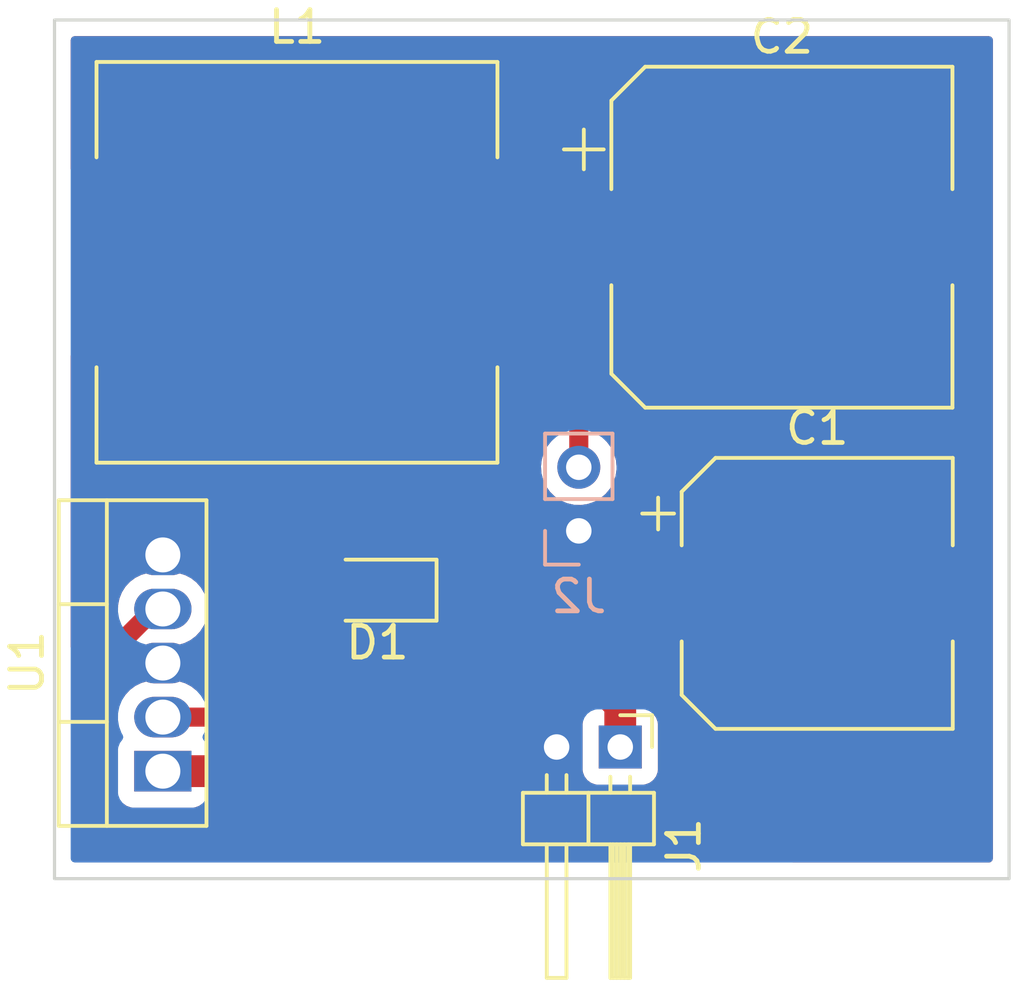
<source format=kicad_pcb>
(kicad_pcb (version 20211014) (generator pcbnew)
  (layers (0 "F.Cu" signal) (31 "B.Cu" signal) (34 "B.Paste" user) (35 "F.Paste" user) (36 "B.SilkS" user "B.Silkscreen") (37 "F.SilkS" user "F.Silkscreen") (38 "B.Mask" user) (39 "F.Mask" user) (44 "Edge.Cuts" user))
  (net 0 "")
  (net 1 "Net-(C1-Pad1)")
  (net 2 "GND")
  (net 3 "Net-(D1-Pad2)")
  (net 4 "+5V")
  (footprint "Capacitor_SMD:CP_Elec_8x10" (layer "F.Cu") (at 140.810105 99.30956)
    (fp_text reference "C1" (at 0 -5.2) (layer "F.SilkS"))
    (fp_text value "100µF")
    (fp_line (start -4.26 3.195563) (end -3.195563 4.26) (layer "F.SilkS") (width 0.12))
    (fp_line (start 4.26 4.26) (end 4.26 1.51) (layer "F.SilkS") (width 0.12))
    (fp_line (start -5 -3.01) (end -5 -2.01) (layer "F.SilkS") (width 0.12))
    (fp_line (start -3.195563 -4.26) (end 4.26 -4.26) (layer "F.SilkS") (width 0.12))
    (fp_line (start -3.195563 4.26) (end 4.26 4.26) (layer "F.SilkS") (width 0.12))
    (fp_line (start -4.26 -3.195563) (end -4.26 -1.51) (layer "F.SilkS") (width 0.12))
    (fp_line (start 4.26 -4.26) (end 4.26 -1.51) (layer "F.SilkS") (width 0.12))
    (fp_line (start -5.5 -2.51) (end -4.5 -2.51) (layer "F.SilkS") (width 0.12))
    (fp_line (start -4.26 3.195563) (end -4.26 1.51) (layer "F.SilkS") (width 0.12))
    (fp_line (start -4.26 -3.195563) (end -3.195563 -4.26) (layer "F.SilkS") (width 0.12))
    (pad "1" smd roundrect (at -3.25 0) (size 3.5 2.5) (layers "F.Cu" "F.Paste" "F.Mask") (roundrect_rratio 0.1) (net 1 "Net-(C1-Pad1)"))
    (pad "2" smd roundrect (at 3.25 0) (size 3.5 2.5) (layers "F.Cu" "F.Paste" "F.Mask") (roundrect_rratio 0.1) (net 2 "GND"))
  )
  (footprint "Connector_PinHeader_2.00mm:PinHeader_1x02_P2.00mm_Horizontal" (layer "F.Cu") (at 134.62 104.14 -90)
    (fp_text reference "J1" (at 3.1 -2 -90) (layer "F.SilkS"))
    (fp_text value "UBat 38V")
    (fp_line (start 7.26 0.31) (end 3.06 0.31) (layer "F.SilkS") (width 0.12))
    (fp_line (start 7.26 -0.31) (end 7.26 0.31) (layer "F.SilkS") (width 0.12))
    (fp_line (start 0.935 -0.31) (end 1.44 -0.31) (layer "F.SilkS") (width 0.12))
    (fp_line (start 3.06 0.23) (end 7.26 0.23) (layer "F.SilkS") (width 0.12))
    (fp_line (start 3.06 -0.01) (end 7.26 -0.01) (layer "F.SilkS") (width 0.12))
    (fp_line (start 1.44 1) (end 3.06 1) (layer "F.SilkS") (width 0.12))
    (fp_line (start 3.06 3.06) (end 3.06 -1.06) (layer "F.SilkS") (width 0.12))
    (fp_line (start 0.882114 1.69) (end 1.44 1.69) (layer "F.SilkS") (width 0.12))
    (fp_line (start 3.06 0.11) (end 7.26 0.11) (layer "F.SilkS") (width 0.12))
    (fp_line (start 3.06 -0.25) (end 7.26 -0.25) (layer "F.SilkS") (width 0.12))
    (fp_line (start -1 0) (end -1 -1) (layer "F.SilkS") (width 0.12))
    (fp_line (start 3.06 -1.06) (end 1.44 -1.06) (layer "F.SilkS") (width 0.12))
    (fp_line (start 7.26 1.69) (end 7.26 2.31) (layer "F.SilkS") (width 0.12))
    (fp_line (start 3.06 1.69) (end 7.26 1.69) (layer "F.SilkS") (width 0.12))
    (fp_line (start 0.882114 2.31) (end 1.44 2.31) (layer "F.SilkS") (width 0.12))
    (fp_line (start 1.44 3.06) (end 3.06 3.06) (layer "F.SilkS") (width 0.12))
    (fp_line (start 1.44 -1.06) (end 1.44 3.06) (layer "F.SilkS") (width 0.12))
    (fp_line (start 0.935 0.31) (end 1.44 0.31) (layer "F.SilkS") (width 0.12))
    (fp_line (start 7.26 2.31) (end 3.06 2.31) (layer "F.SilkS") (width 0.12))
    (fp_line (start 3.06 -0.13) (end 7.26 -0.13) (layer "F.SilkS") (width 0.12))
    (fp_line (start 3.06 -0.31) (end 7.26 -0.31) (layer "F.SilkS") (width 0.12))
    (fp_line (start -1 -1) (end 0 -1) (layer "F.SilkS") (width 0.12))
    (pad "1" thru_hole rect (at 0 0 270) (size 1.35 1.35) (drill 0.8) (layers *.Cu *.Mask) (net 1 "Net-(C1-Pad1)"))
    (pad "2" thru_hole oval (at 0 2 270) (size 1.35 1.35) (drill 0.8) (layers *.Cu *.Mask) (net 2 "GND"))
  )
  (footprint "Capacitor_SMD:CP_Elec_10x10.5" (layer "F.Cu") (at 139.7 88.11)
    (fp_text reference "C2" (at 0 -6.3) (layer "F.SilkS"))
    (fp_text value "330µF")
    (fp_line (start -5.36 -4.295563) (end -4.295563 -5.36) (layer "F.SilkS") (width 0.12))
    (fp_line (start 5.36 5.36) (end 5.36 1.51) (layer "F.SilkS") (width 0.12))
    (fp_line (start -6.225 -3.385) (end -6.225 -2.135) (layer "F.SilkS") (width 0.12))
    (fp_line (start -5.36 4.295563) (end -5.36 1.51) (layer "F.SilkS") (width 0.12))
    (fp_line (start -6.85 -2.76) (end -5.6 -2.76) (layer "F.SilkS") (width 0.12))
    (fp_line (start -5.36 4.295563) (end -4.295563 5.36) (layer "F.SilkS") (width 0.12))
    (fp_line (start -5.36 -4.295563) (end -5.36 -1.51) (layer "F.SilkS") (width 0.12))
    (fp_line (start -4.295563 -5.36) (end 5.36 -5.36) (layer "F.SilkS") (width 0.12))
    (fp_line (start -4.295563 5.36) (end 5.36 5.36) (layer "F.SilkS") (width 0.12))
    (fp_line (start 5.36 -5.36) (end 5.36 -1.51) (layer "F.SilkS") (width 0.12))
    (pad "1" smd roundrect (at -4.2 0) (size 4.4 2.5) (layers "F.Cu" "F.Paste" "F.Mask") (roundrect_rratio 0.1) (net 4 "+5V"))
    (pad "2" smd roundrect (at 4.2 0) (size 4.4 2.5) (layers "F.Cu" "F.Paste" "F.Mask") (roundrect_rratio 0.1) (net 2 "GND"))
  )
  (footprint "Inductor_SMD:L_12x12mm_H8mm" (layer "F.Cu") (at 124.46 88.9)
    (fp_text reference "L1" (at 0 -7.4) (layer "F.SilkS"))
    (fp_text value "330µH")
    (fp_line (start -6.3 -3.3) (end -6.3 -6.3) (layer "F.SilkS") (width 0.12))
    (fp_line (start 6.3 -6.3) (end 6.3 -3.3) (layer "F.SilkS") (width 0.12))
    (fp_line (start -6.3 6.3) (end -6.3 3.3) (layer "F.SilkS") (width 0.12))
    (fp_line (start -6.3 -6.3) (end 6.3 -6.3) (layer "F.SilkS") (width 0.12))
    (fp_line (start 6.3 6.3) (end -6.3 6.3) (layer "F.SilkS") (width 0.12))
    (fp_line (start 6.3 3.3) (end 6.3 6.3) (layer "F.SilkS") (width 0.12))
    (pad "1" smd rect (at -4.95 0) (size 2.9 5.4) (layers "F.Cu" "F.Paste" "F.Mask") (net 3 "Net-(D1-Pad2)"))
    (pad "2" smd rect (at 4.95 0) (size 2.9 5.4) (layers "F.Cu" "F.Paste" "F.Mask") (net 4 "+5V"))
  )
  (footprint "Diode_SMD:D_0805_2012Metric_Pad1.15x1.40mm_HandSolder" (layer "F.Cu") (at 126.98702 99.208168 180)
    (fp_text reference "D1" (at 0 -1.65) (layer "F.SilkS"))
    (fp_text value "DIODE")
    (fp_line (start 1 -0.96) (end -1.86 -0.96) (layer "F.SilkS") (width 0.12))
    (fp_line (start -1.86 0.96) (end 1 0.96) (layer "F.SilkS") (width 0.12))
    (fp_line (start -1.86 -0.96) (end -1.86 0.96) (layer "F.SilkS") (width 0.12))
    (pad "1" smd roundrect (at -1.025 0 180) (size 1.15 1.4) (layers "F.Cu" "F.Paste" "F.Mask") (roundrect_rratio 0.217391) (net 2 "GND"))
    (pad "2" smd roundrect (at 1.025 0 180) (size 1.15 1.4) (layers "F.Cu" "F.Paste" "F.Mask") (roundrect_rratio 0.217391) (net 3 "Net-(D1-Pad2)"))
  )
  (footprint "Package_TO_SOT_THT:TO-220-5_Vertical" (layer "F.Cu") (at 120.245 104.9 90)
    (fp_text reference "U1" (at 3.4 -4.27 90) (layer "F.SilkS"))
    (fp_text value "LM2575-5.0BT")
    (fp_line (start -1.721 1.371) (end 8.52 1.371) (layer "F.SilkS") (width 0.12))
    (fp_line (start 1.55 -3.27) (end 1.55 -1.76) (layer "F.SilkS") (width 0.12))
    (fp_line (start 8.52 -3.27) (end 8.52 1.371) (layer "F.SilkS") (width 0.12))
    (fp_line (start 5.25 -3.27) (end 5.25 -1.76) (layer "F.SilkS") (width 0.12))
    (fp_line (start -1.721 -3.27) (end 8.52 -3.27) (layer "F.SilkS") (width 0.12))
    (fp_line (start -1.721 -1.76) (end 8.52 -1.76) (layer "F.SilkS") (width 0.12))
    (fp_line (start -1.721 -3.27) (end -1.721 1.371) (layer "F.SilkS") (width 0.12))
    (pad "1" thru_hole rect (at 0 0 90) (size 1.275 1.8) (drill 1.1) (layers *.Cu *.Mask) (net 1 "Net-(C1-Pad1)"))
    (pad "2" thru_hole oval (at 1.7 0 90) (size 1.275 1.8) (drill 1.1) (layers *.Cu *.Mask) (net 3 "Net-(D1-Pad2)"))
    (pad "3" thru_hole oval (at 3.4 0 90) (size 1.275 1.8) (drill 1.1) (layers *.Cu *.Mask) (net 2 "GND"))
    (pad "4" thru_hole oval (at 5.1 0 90) (size 1.275 1.8) (drill 1.1) (layers *.Cu *.Mask) (net 4 "+5V"))
    (pad "5" thru_hole oval (at 6.8 0 90) (size 1.275 1.8) (drill 1.1) (layers *.Cu *.Mask) (net 2 "GND"))
  )
  (footprint "Connector_PinHeader_2.00mm:PinHeader_1x02_P2.00mm_Vertical" (layer "B.Cu") (at 133.31672 97.34448)
    (fp_text reference "J2" (at 0 2.06) (layer "B.SilkS") (effects (justify mirror)))
    (fp_text value "Uout 5V")
    (fp_line (start 1.06 -1) (end 1.06 -3.06) (layer "B.SilkS") (width 0.12))
    (fp_line (start -1.06 -1) (end -1.06 -3.06) (layer "B.SilkS") (width 0.12))
    (fp_line (start -1.06 -1) (end 1.06 -1) (layer "B.SilkS") (width 0.12))
    (fp_line (start -1.06 1.06) (end 0 1.06) (layer "B.SilkS") (width 0.12))
    (fp_line (start -1.06 0) (end -1.06 1.06) (layer "B.SilkS") (width 0.12))
    (fp_line (start -1.06 -3.06) (end 1.06 -3.06) (layer "B.SilkS") (width 0.12))
    (pad "1" thru_hole rect (at 0 0) (size 1.35 1.35) (drill 0.8) (layers *.Cu *.Mask) (net 2 "GND"))
    (pad "2" thru_hole oval (at 0 -2) (size 1.35 1.35) (drill 0.8) (layers *.Cu *.Mask) (net 4 "+5V"))
  )
  (gr_rect (start 116.84 81.28) (end 146.84 108.28) (layer "Edge.Cuts") (width 0.1) (fill none))
  (segment (start 134 102.2) (end 134.62 102.82) (width 1) (layer "F.Cu") (net 1))
  (segment (start 137.560105 99.30956) (end 136.89044 99.30956) (width 0.9) (layer "F.Cu") (net 1))
  (segment (start 131.2 102.2) (end 134 102.2) (width 1) (layer "F.Cu") (net 1))
  (segment (start 120.245 104.9) (end 130 104.9) (width 1) (layer "F.Cu") (net 1))
  (segment (start 130.3 104.6) (end 130.3 103.1) (width 1) (layer "F.Cu") (net 1))
  (segment (start 130 104.9) (end 130.3 104.6) (width 1) (layer "F.Cu") (net 1))
  (segment (start 136.89044 99.30956) (end 134 102.2) (width 1) (layer "F.Cu") (net 1))
  (segment (start 134.62 102.82) (end 134.62 104.14) (width 1) (layer "F.Cu") (net 1))
  (segment (start 130.3 103.1) (end 131.2 102.2) (width 1) (layer "F.Cu") (net 1))
  (segment (start 125.96202 99.208168) (end 119.51 92.756148) (width 0.6) (layer "F.Cu") (net 3))
  (segment (start 119.51 92.756148) (end 119.51 88.9) (width 0.6) (layer "F.Cu") (net 3))
  (segment (start 125.96202 99.208168) (end 121.970188 103.2) (width 0.6) (layer "F.Cu") (net 3))
  (segment (start 121.970188 103.2) (end 120.245 103.2) (width 0.6) (layer "F.Cu") (net 3))
  (segment (start 135.5 88.11) (end 133.31672 90.29328) (width 0.6) (layer "F.Cu") (net 4))
  (segment (start 120.245 99.8) (end 119.9825 99.8) (width 0.6) (layer "F.Cu") (net 4))
  (segment (start 140.97 105.41) (end 140.97 93.58) (width 0.6) (layer "F.Cu") (net 4))
  (segment (start 140.97 93.58) (end 135.5 88.11) (width 0.6) (layer "F.Cu") (net 4))
  (segment (start 118.5 107.2) (end 139.18 107.2) (width 0.6) (layer "F.Cu") (net 4))
  (segment (start 118 106.7) (end 118.5 107.2) (width 0.6) (layer "F.Cu") (net 4))
  (segment (start 134.71 88.9) (end 135.5 88.11) (width 0.25) (layer "F.Cu") (net 4))
  (segment (start 118 101.7825) (end 118 106.7) (width 0.6) (layer "F.Cu") (net 4))
  (segment (start 139.18 107.2) (end 140.97 105.41) (width 0.6) (layer "F.Cu") (net 4))
  (segment (start 119.9825 99.8) (end 118 101.7825) (width 0.6) (layer "F.Cu") (net 4))
  (segment (start 133.31672 90.29328) (end 133.31672 95.34448) (width 0.6) (layer "F.Cu") (net 4))
  (zone (net 4) (net_name "+5V") (layer "F.Cu") (priority 1) (connect_pads yes (clearance 0.508)) (min_thickness 0.254) (fill yes (thermal_gap 0.508) (thermal_bridge_width 0.508))
    (polygon (pts (xy 138.43 92.71) (xy 127 92.71) (xy 127 85.09) (xy 138.43 85.09)))
  )
  (zone (net 2) (net_name "GND") (layers F&B.Cu) (connect_pads yes (clearance 0.508)) (min_thickness 0.254) (fill yes (thermal_gap 0.508) (thermal_bridge_width 0.508))
    (polygon (pts (xy 147.32 109.22) (xy 116.84 109.22) (xy 116.84 81.28) (xy 147.32 81.28)))
  )
)
</source>
